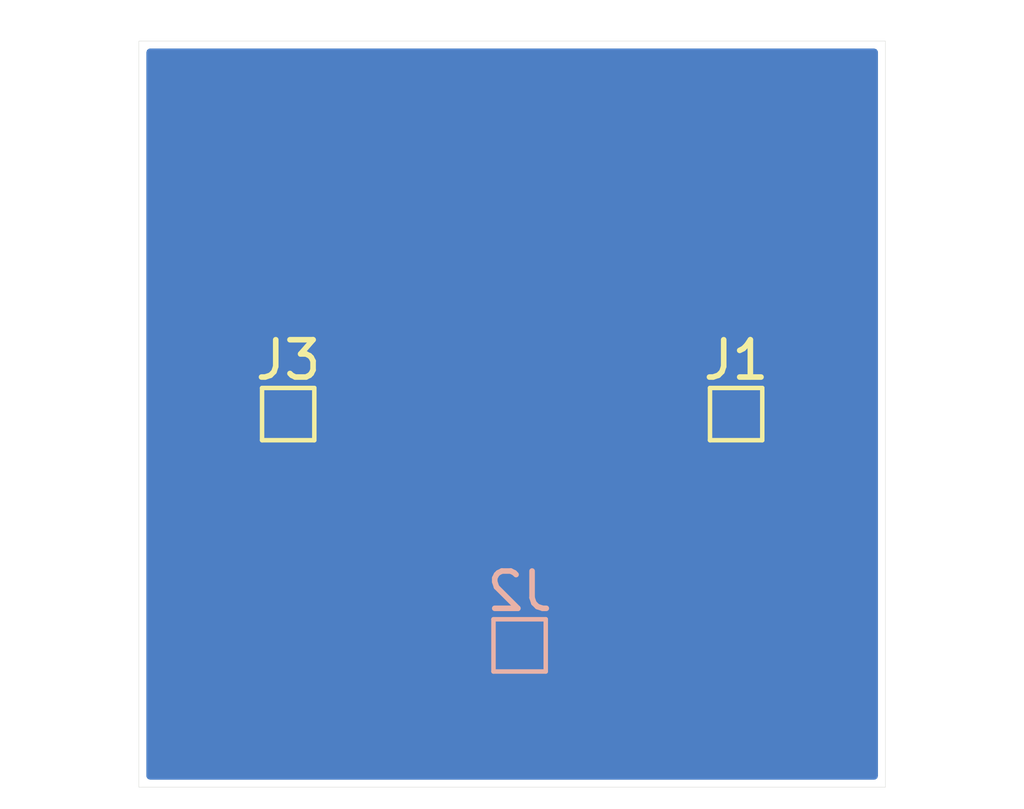
<source format=kicad_pcb>
(kicad_pcb (version 20211014) (generator pcbnew)
  (layers (0 "F.Cu" signal) (31 "B.Cu" signal) (34 "B.Paste" user) (35 "F.Paste" user) (36 "B.SilkS" user "B.Silkscreen") (37 "F.SilkS" user "F.Silkscreen") (38 "B.Mask" user) (39 "F.Mask" user) (44 "Edge.Cuts" user))
  (net 0 "")
  (net 1 "trace")
  (net 2 "GND")
  (footprint "TestPoint:TestPoint_Pad_1.0x1.0mm" (layer "F.Cu") (at 6 0)
    (fp_text reference "J1" (at 0 -1.448) (layer "F.SilkS"))
    (fp_text value "Conn_01x01_Female")
    (fp_line (start -0.7 0.7) (end -0.7 -0.7) (layer "F.SilkS") (width 0.12))
    (fp_line (start 0.7 -0.7) (end 0.7 0.7) (layer "F.SilkS") (width 0.12))
    (fp_line (start -0.7 -0.7) (end 0.7 -0.7) (layer "F.SilkS") (width 0.12))
    (fp_line (start 0.7 0.7) (end -0.7 0.7) (layer "F.SilkS") (width 0.12))
    (pad "1" smd rect (at 0 0) (size 1 1) (layers "F.Cu" "F.Mask") (net 1 "trace"))
  )
  (footprint "TestPoint:TestPoint_Pad_1.0x1.0mm" (layer "F.Cu") (at -6 0)
    (fp_text reference "J3" (at 0 -1.448) (layer "F.SilkS"))
    (fp_text value "Conn_01x01_Female")
    (fp_line (start 0.7 -0.7) (end 0.7 0.7) (layer "F.SilkS") (width 0.12))
    (fp_line (start 0.7 0.7) (end -0.7 0.7) (layer "F.SilkS") (width 0.12))
    (fp_line (start -0.7 -0.7) (end 0.7 -0.7) (layer "F.SilkS") (width 0.12))
    (fp_line (start -0.7 0.7) (end -0.7 -0.7) (layer "F.SilkS") (width 0.12))
    (pad "1" smd rect (at 0 0) (size 1 1) (layers "F.Cu" "F.Mask") (net 1 "trace"))
  )
  (footprint "TestPoint:TestPoint_Pad_1.0x1.0mm" (layer "B.Cu") (at 0.2 6.2 180)
    (fp_text reference "J2" (at 0 1.448) (layer "B.SilkS") (effects (justify mirror)))
    (fp_text value "Conn_01x01_Female")
    (fp_line (start -0.7 -0.7) (end -0.7 0.7) (layer "B.SilkS") (width 0.12))
    (fp_line (start 0.7 -0.7) (end -0.7 -0.7) (layer "B.SilkS") (width 0.12))
    (fp_line (start -0.7 0.7) (end 0.7 0.7) (layer "B.SilkS") (width 0.12))
    (fp_line (start 0.7 0.7) (end 0.7 -0.7) (layer "B.SilkS") (width 0.12))
    (pad "1" smd rect (at 0 0 180) (size 1 1) (layers "B.Cu" "B.Mask") (net 2 "GND"))
  )
  (gr_rect (start -10 -10) (end 10 10) (layer "Edge.Cuts") (width 0.01) (fill none))
  (segment (start 2.3 -5.7) (end 1.2 -4.6) (width 0.25) (layer "F.Cu") (net 1))
  (segment (start -3 -2.5) (end -3.5 -3) (width 0.25) (layer "F.Cu") (net 1))
  (segment (start -3 -1.2) (end -3 -2.5) (width 0.25) (layer "F.Cu") (net 1))
  (segment (start -3.5 -3) (end -4.2 -3) (width 0.25) (layer "F.Cu") (net 1))
  (segment (start -5 -3.8) (end -5 -5.8) (width 0.25) (layer "F.Cu") (net 1))
  (segment (start 0.2 -4.6) (end -1 -3.4) (width 0.25) (layer "F.Cu") (net 1))
  (segment (start -6 0) (end -4.2 0) (width 0.25) (layer "F.Cu") (net 1))
  (segment (start 1.6 -7.2) (end 2.3 -6.5) (width 0.25) (layer "F.Cu") (net 1))
  (segment (start 1.2 -4.6) (end 0.2 -4.6) (width 0.25) (layer "F.Cu") (net 1))
  (segment (start -1 -3.4) (end -1 -1.5) (width 0.25) (layer "F.Cu") (net 1))
  (segment (start -4.2 -3) (end -5 -3.8) (width 0.25) (layer "F.Cu") (net 1))
  (segment (start 0.5 0) (end 6 0) (width 0.25) (layer "F.Cu") (net 1))
  (segment (start -3.6 -7.2) (end 1.6 -7.2) (width 0.25) (layer "F.Cu") (net 1))
  (segment (start -1 -1.5) (end 0.5 0) (width 0.25) (layer "F.Cu") (net 1))
  (segment (start -5 -5.8) (end -3.6 -7.2) (width 0.25) (layer "F.Cu") (net 1))
  (segment (start -4.2 0) (end -3 -1.2) (width 0.25) (layer "F.Cu") (net 1))
  (segment (start 2.3 -6.5) (end 2.3 -5.7) (width 0.25) (layer "F.Cu") (net 1))
  (zone (net 2) (net_name "GND") (layer "B.Cu") (connect_pads yes (clearance 0.2)) (min_thickness 0.2) (fill yes (thermal_gap 0.2) (thermal_bridge_width 0.2))
    (polygon (pts (xy 11.3 10.6) (xy -10.5 10.6) (xy -10.5 -11.1) (xy 11.3 -11.1)))
  )
)
</source>
